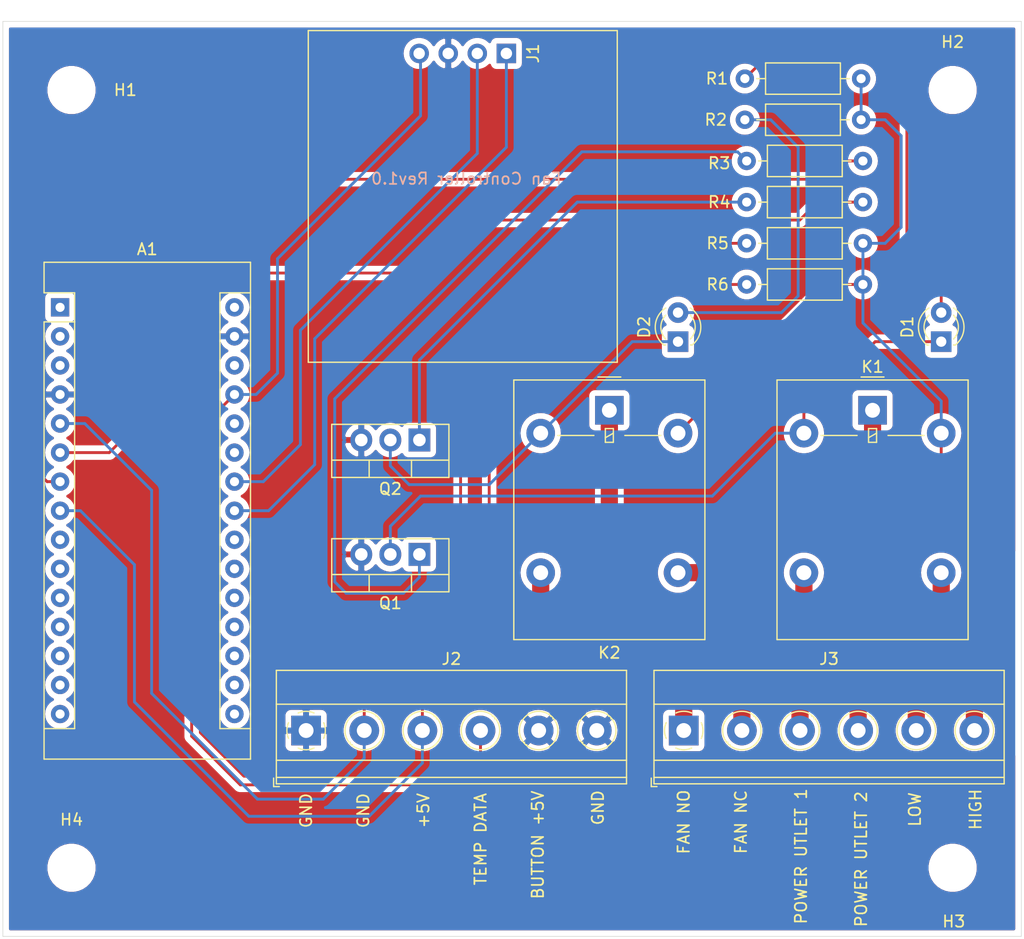
<source format=kicad_pcb>
(kicad_pcb (version 20171130) (host pcbnew 5.1.4)
  (title_block (title Fancontroller) (date 2019-05-25) (rev 1.0))
  (layers (0 F.Cu signal) (31 B.Cu signal) (34 B.Paste user) (35 F.Paste user) (36 B.SilkS user) (37 F.SilkS user) (38 B.Mask user) (39 F.Mask user) (44 Edge.Cuts user))
  (net 0 "")
  (net 1 "Net-(A1-Pad1)")
  (net 2 "Net-(A1-Pad17)")
  (net 3 "Net-(A1-Pad2)")
  (net 4 "Net-(A1-Pad18)")
  (net 5 "Net-(A1-Pad3)")
  (net 6 "Net-(A1-Pad19)")
  (net 7 GND)
  (net 8 "Net-(A1-Pad20)")
  (net 9 button_data)
  (net 10 "Net-(A1-Pad21)")
  (net 11 "Net-(A1-Pad22)")
  (net 12 SCA)
  (net 13 temp_data)
  (net 14 SCL)
  (net 15 "Net-(A1-Pad9)")
  (net 16 "Net-(A1-Pad25)")
  (net 17 "Net-(A1-Pad10)")
  (net 18 "Net-(A1-Pad26)")
  (net 19 "Net-(A1-Pad11)")
  (net 20 +5V)
  (net 21 "Net-(A1-Pad12)")
  (net 22 "Net-(A1-Pad28)")
  (net 23 "Net-(A1-Pad13)")
  (net 24 "Net-(A1-Pad14)")
  (net 25 "Net-(A1-Pad30)")
  (net 26 "Net-(A1-Pad15)")
  (net 27 "Net-(A1-Pad16)")
  (net 28 "Net-(D1-Pad2)")
  (net 29 "Net-(D2-Pad2)")
  (net 30 NC2)
  (net 31 NO2)
  (net 32 COM2)
  (net 33 COM1)
  (net 34 NC1)
  (net 35 NO1)
  (net 36 REL_1)
  (net 37 REL_2)
  (net 38 "Net-(D1-Pad1)")
  (net 39 "Net-(D2-Pad1)")
  (net 40 "Net-(Q1-Pad1)")
  (net 41 "Net-(Q2-Pad1)")
  (module Relay_THT:Relay_SPDT_Omron-G5LE-1 (layer F.Cu) (at 143 97)
    (fp_text reference K2 (at 0 21.2) (layer F.SilkS))
    (fp_text value SANYOU_SRD_Form_C)
    (fp_line (start 8.35 20.05) (end 8.35 -2.65) (layer F.SilkS) (width 0.12))
    (fp_line (start 8.35 -2.65) (end -8.35 -2.65) (layer F.SilkS) (width 0.12))
    (fp_line (start -8.35 -2.65) (end -8.35 20.05) (layer F.SilkS) (width 0.12))
    (fp_line (start -8.35 20.05) (end 8.35 20.05) (layer F.SilkS) (width 0.12))
    (fp_line (start -0.35 2.4) (end 0.35 2) (layer F.SilkS) (width 0.12))
    (fp_line (start 0.35 2.8) (end 0.35 1.6) (layer F.SilkS) (width 0.12))
    (fp_line (start 0.35 1.6) (end -0.35 1.6) (layer F.SilkS) (width 0.12))
    (fp_line (start -0.35 1.6) (end -0.35 2.8) (layer F.SilkS) (width 0.12))
    (fp_line (start -0.35 2.8) (end 0.35 2.8) (layer F.SilkS) (width 0.12))
    (fp_line (start -1 -2.91) (end 1 -2.91) (layer F.SilkS) (width 0.12))
    (fp_line (start -4.5 2.2) (end -1.35 2.2) (layer F.SilkS) (width 0.12))
    (fp_line (start 1.35 2.2) (end 4.5 2.2) (layer F.SilkS) (width 0.12))
    (pad 1 thru_hole rect (at 0 0) (size 2.5 2.5) (drill 1.3) (layers *.Cu *.Mask) (net 33 COM1))
    (pad 2 thru_hole oval (at -6 2) (size 2.5 2.5) (drill 1.3) (layers *.Cu *.Mask) (net 39 "Net-(D2-Pad1)"))
    (pad 3 thru_hole oval (at -6 14.2) (size 2.5 2.5) (drill 1.3) (layers *.Cu *.Mask) (net 34 NC1))
    (pad 4 thru_hole oval (at 6 14.2) (size 2.5 2.5) (drill 1.3) (layers *.Cu *.Mask) (net 35 NO1))
    (pad 5 thru_hole oval (at 6 2) (size 2.5 2.5) (drill 1.3) (layers *.Cu *.Mask) (net 20 +5V))
  )
  (module TerminalBlock_Phoenix:TerminalBlock_Phoenix_MKDS-1,5-6-5.08_1x06_P5.08mm_Horizontal (layer F.Cu) (at 149.5 125)
    (fp_text reference J3 (at 12.7 -6.26) (layer F.SilkS))
    (fp_text value Screw_Terminal_01x06)
    (fp_arc (start 0 0) (end 0 1.68) (angle -24) (layer F.SilkS) (width 0.12))
    (fp_arc (start 0 0) (end 1.535 0.684) (angle -48) (layer F.SilkS) (width 0.12))
    (fp_arc (start 0 0) (end 0.684 -1.535) (angle -48) (layer F.SilkS) (width 0.12))
    (fp_arc (start 0 0) (end -1.535 -0.684) (angle -48) (layer F.SilkS) (width 0.12))
    (fp_arc (start 0 0) (end -0.684 1.535) (angle -25) (layer F.SilkS) (width 0.12))
    (fp_circle (center 5.08 0) (end 6.76 0) (layer F.SilkS) (width 0.12))
    (fp_circle (center 10.16 0) (end 11.84 0) (layer F.SilkS) (width 0.12))
    (fp_circle (center 15.24 0) (end 16.92 0) (layer F.SilkS) (width 0.12))
    (fp_circle (center 20.32 0) (end 22 0) (layer F.SilkS) (width 0.12))
    (fp_circle (center 25.4 0) (end 27.08 0) (layer F.SilkS) (width 0.12))
    (fp_line (start -2.6 4.1) (end 28 4.1) (layer F.SilkS) (width 0.12))
    (fp_line (start -2.6 2.6) (end 28 2.6) (layer F.SilkS) (width 0.12))
    (fp_line (start -2.6 -2.301) (end 28 -2.301) (layer F.SilkS) (width 0.12))
    (fp_line (start -2.6 -5.261) (end 28 -5.261) (layer F.SilkS) (width 0.12))
    (fp_line (start -2.6 4.66) (end 28 4.66) (layer F.SilkS) (width 0.12))
    (fp_line (start -2.6 -5.261) (end -2.6 4.66) (layer F.SilkS) (width 0.12))
    (fp_line (start 28 -5.261) (end 28 4.66) (layer F.SilkS) (width 0.12))
    (fp_line (start 6.355 -1.069) (end 6.308 -1.023) (layer F.SilkS) (width 0.12))
    (fp_line (start 4.046 1.239) (end 4.011 1.274) (layer F.SilkS) (width 0.12))
    (fp_line (start 6.15 -1.275) (end 6.115 -1.239) (layer F.SilkS) (width 0.12))
    (fp_line (start 3.853 1.023) (end 3.806 1.069) (layer F.SilkS) (width 0.12))
    (fp_line (start 11.435 -1.069) (end 11.388 -1.023) (layer F.SilkS) (width 0.12))
    (fp_line (start 9.126 1.239) (end 9.091 1.274) (layer F.SilkS) (width 0.12))
    (fp_line (start 11.23 -1.275) (end 11.195 -1.239) (layer F.SilkS) (width 0.12))
    (fp_line (start 8.933 1.023) (end 8.886 1.069) (layer F.SilkS) (width 0.12))
    (fp_line (start 16.515 -1.069) (end 16.468 -1.023) (layer F.SilkS) (width 0.12))
    (fp_line (start 14.206 1.239) (end 14.171 1.274) (layer F.SilkS) (width 0.12))
    (fp_line (start 16.31 -1.275) (end 16.275 -1.239) (layer F.SilkS) (width 0.12))
    (fp_line (start 14.013 1.023) (end 13.966 1.069) (layer F.SilkS) (width 0.12))
    (fp_line (start 21.595 -1.069) (end 21.548 -1.023) (layer F.SilkS) (width 0.12))
    (fp_line (start 19.286 1.239) (end 19.251 1.274) (layer F.SilkS) (width 0.12))
    (fp_line (start 21.39 -1.275) (end 21.355 -1.239) (layer F.SilkS) (width 0.12))
    (fp_line (start 19.093 1.023) (end 19.046 1.069) (layer F.SilkS) (width 0.12))
    (fp_line (start 26.675 -1.069) (end 26.628 -1.023) (layer F.SilkS) (width 0.12))
    (fp_line (start 24.366 1.239) (end 24.331 1.274) (layer F.SilkS) (width 0.12))
    (fp_line (start 26.47 -1.275) (end 26.435 -1.239) (layer F.SilkS) (width 0.12))
    (fp_line (start 24.173 1.023) (end 24.126 1.069) (layer F.SilkS) (width 0.12))
    (fp_line (start -2.84 4.16) (end -2.84 4.9) (layer F.SilkS) (width 0.12))
    (fp_line (start -2.84 4.9) (end -2.34 4.9) (layer F.SilkS) (width 0.12))
    (pad 1 thru_hole rect (at 0 0) (size 2.6 2.6) (drill 1.3) (layers *.Cu *.Mask) (net 34 NC1))
    (pad 2 thru_hole circle (at 5.08 0) (size 2.6 2.6) (drill 1.3) (layers *.Cu *.Mask) (net 33 COM1))
    (pad 3 thru_hole circle (at 10.16 0) (size 2.6 2.6) (drill 1.3) (layers *.Cu *.Mask) (net 35 NO1))
    (pad 4 thru_hole circle (at 15.24 0) (size 2.6 2.6) (drill 1.3) (layers *.Cu *.Mask) (net 30 NC2))
    (pad 5 thru_hole circle (at 20.32 0) (size 2.6 2.6) (drill 1.3) (layers *.Cu *.Mask) (net 32 COM2))
    (pad 6 thru_hole circle (at 25.4 0) (size 2.6 2.6) (drill 1.3) (layers *.Cu *.Mask) (net 31 NO2))
  )
  (module Module:Arduino_Nano (layer F.Cu) (at 95 88)
    (fp_text reference A1 (at 7.62 -5.08) (layer F.SilkS))
    (fp_text value Arduino_Nano_v2.x)
    (fp_line (start 1.27 1.27) (end 1.27 -1.27) (layer F.SilkS) (width 0.12))
    (fp_line (start 1.27 -1.27) (end -1.4 -1.27) (layer F.SilkS) (width 0.12))
    (fp_line (start -1.4 1.27) (end -1.4 39.5) (layer F.SilkS) (width 0.12))
    (fp_line (start -1.4 -3.94) (end -1.4 -1.27) (layer F.SilkS) (width 0.12))
    (fp_line (start 13.97 -1.27) (end 16.64 -1.27) (layer F.SilkS) (width 0.12))
    (fp_line (start 13.97 -1.27) (end 13.97 36.83) (layer F.SilkS) (width 0.12))
    (fp_line (start 13.97 36.83) (end 16.64 36.83) (layer F.SilkS) (width 0.12))
    (fp_line (start 1.27 1.27) (end -1.4 1.27) (layer F.SilkS) (width 0.12))
    (fp_line (start 1.27 1.27) (end 1.27 36.83) (layer F.SilkS) (width 0.12))
    (fp_line (start 1.27 36.83) (end -1.4 36.83) (layer F.SilkS) (width 0.12))
    (fp_line (start -1.4 39.5) (end 16.64 39.5) (layer F.SilkS) (width 0.12))
    (fp_line (start 16.64 39.5) (end 16.64 -3.94) (layer F.SilkS) (width 0.12))
    (fp_line (start 16.64 -3.94) (end -1.4 -3.94) (layer F.SilkS) (width 0.12))
    (pad 1 thru_hole rect (at 0 0) (size 1.6 1.6) (drill 0.8) (layers *.Cu *.Mask) (net 1 "Net-(A1-Pad1)"))
    (pad 17 thru_hole oval (at 15.24 33.02) (size 1.6 1.6) (drill 0.8) (layers *.Cu *.Mask) (net 2 "Net-(A1-Pad17)"))
    (pad 2 thru_hole oval (at 0 2.54) (size 1.6 1.6) (drill 0.8) (layers *.Cu *.Mask) (net 3 "Net-(A1-Pad2)"))
    (pad 18 thru_hole oval (at 15.24 30.48) (size 1.6 1.6) (drill 0.8) (layers *.Cu *.Mask) (net 4 "Net-(A1-Pad18)"))
    (pad 3 thru_hole oval (at 0 5.08) (size 1.6 1.6) (drill 0.8) (layers *.Cu *.Mask) (net 5 "Net-(A1-Pad3)"))
    (pad 19 thru_hole oval (at 15.24 27.94) (size 1.6 1.6) (drill 0.8) (layers *.Cu *.Mask) (net 6 "Net-(A1-Pad19)"))
    (pad 4 thru_hole oval (at 0 7.62) (size 1.6 1.6) (drill 0.8) (layers *.Cu *.Mask) (net 7 GND))
    (pad 20 thru_hole oval (at 15.24 25.4) (size 1.6 1.6) (drill 0.8) (layers *.Cu *.Mask) (net 8 "Net-(A1-Pad20)"))
    (pad 5 thru_hole oval (at 0 10.16) (size 1.6 1.6) (drill 0.8) (layers *.Cu *.Mask) (net 9 button_data))
    (pad 21 thru_hole oval (at 15.24 22.86) (size 1.6 1.6) (drill 0.8) (layers *.Cu *.Mask) (net 10 "Net-(A1-Pad21)"))
    (pad 6 thru_hole oval (at 0 12.7) (size 1.6 1.6) (drill 0.8) (layers *.Cu *.Mask) (net 36 REL_1))
    (pad 22 thru_hole oval (at 15.24 20.32) (size 1.6 1.6) (drill 0.8) (layers *.Cu *.Mask) (net 11 "Net-(A1-Pad22)"))
    (pad 7 thru_hole oval (at 0 15.24) (size 1.6 1.6) (drill 0.8) (layers *.Cu *.Mask) (net 37 REL_2))
    (pad 23 thru_hole oval (at 15.24 17.78) (size 1.6 1.6) (drill 0.8) (layers *.Cu *.Mask) (net 12 SCA))
    (pad 8 thru_hole oval (at 0 17.78) (size 1.6 1.6) (drill 0.8) (layers *.Cu *.Mask) (net 13 temp_data))
    (pad 24 thru_hole oval (at 15.24 15.24) (size 1.6 1.6) (drill 0.8) (layers *.Cu *.Mask) (net 14 SCL))
    (pad 9 thru_hole oval (at 0 20.32) (size 1.6 1.6) (drill 0.8) (layers *.Cu *.Mask) (net 15 "Net-(A1-Pad9)"))
    (pad 25 thru_hole oval (at 15.24 12.7) (size 1.6 1.6) (drill 0.8) (layers *.Cu *.Mask) (net 16 "Net-(A1-Pad25)"))
    (pad 10 thru_hole oval (at 0 22.86) (size 1.6 1.6) (drill 0.8) (layers *.Cu *.Mask) (net 17 "Net-(A1-Pad10)"))
    (pad 26 thru_hole oval (at 15.24 10.16) (size 1.6 1.6) (drill 0.8) (layers *.Cu *.Mask) (net 18 "Net-(A1-Pad26)"))
    (pad 11 thru_hole oval (at 0 25.4) (size 1.6 1.6) (drill 0.8) (layers *.Cu *.Mask) (net 19 "Net-(A1-Pad11)"))
    (pad 27 thru_hole oval (at 15.24 7.62) (size 1.6 1.6) (drill 0.8) (layers *.Cu *.Mask) (net 20 +5V))
    (pad 12 thru_hole oval (at 0 27.94) (size 1.6 1.6) (drill 0.8) (layers *.Cu *.Mask) (net 21 "Net-(A1-Pad12)"))
    (pad 28 thru_hole oval (at 15.24 5.08) (size 1.6 1.6) (drill 0.8) (layers *.Cu *.Mask) (net 22 "Net-(A1-Pad28)"))
    (pad 13 thru_hole oval (at 0 30.48) (size 1.6 1.6) (drill 0.8) (layers *.Cu *.Mask) (net 23 "Net-(A1-Pad13)"))
    (pad 29 thru_hole oval (at 15.24 2.54) (size 1.6 1.6) (drill 0.8) (layers *.Cu *.Mask) (net 7 GND))
    (pad 14 thru_hole oval (at 0 33.02) (size 1.6 1.6) (drill 0.8) (layers *.Cu *.Mask) (net 24 "Net-(A1-Pad14)"))
    (pad 30 thru_hole oval (at 15.24 0) (size 1.6 1.6) (drill 0.8) (layers *.Cu *.Mask) (net 25 "Net-(A1-Pad30)"))
    (pad 15 thru_hole oval (at 0 35.56) (size 1.6 1.6) (drill 0.8) (layers *.Cu *.Mask) (net 26 "Net-(A1-Pad15)"))
    (pad 16 thru_hole oval (at 15.24 35.56) (size 1.6 1.6) (drill 0.8) (layers *.Cu *.Mask) (net 27 "Net-(A1-Pad16)"))
  )
  (module LED_THT:LED_D3.0mm (layer F.Cu) (at 149 91 90)
    (fp_text reference D2 (at 1.27 -2.96 90) (layer F.SilkS))
    (fp_text value LED)
    (fp_arc (start 1.27 0) (end -0.29 -1.235516) (angle 108.8) (layer F.SilkS) (width 0.12))
    (fp_arc (start 1.27 0) (end -0.29 1.235516) (angle -108.8) (layer F.SilkS) (width 0.12))
    (fp_arc (start 1.27 0) (end 0.229039 -1.08) (angle 87.9) (layer F.SilkS) (width 0.12))
    (fp_arc (start 1.27 0) (end 0.229039 1.08) (angle -87.9) (layer F.SilkS) (width 0.12))
    (fp_line (start -0.29 -1.236) (end -0.29 -1.08) (layer F.SilkS) (width 0.12))
    (fp_line (start -0.29 1.08) (end -0.29 1.236) (layer F.SilkS) (width 0.12))
    (pad 1 thru_hole rect (at 0 0 90) (size 1.8 1.8) (drill 0.9) (layers *.Cu *.Mask) (net 39 "Net-(D2-Pad1)"))
    (pad 2 thru_hole circle (at 2.54 0 90) (size 1.8 1.8) (drill 0.9) (layers *.Cu *.Mask) (net 29 "Net-(D2-Pad2)"))
  )
  (module MountingHole:MountingHole_3.2mm_M3 (layer F.Cu) (at 96 69)
    (fp_text reference H1 (at 4.7 0) (layer F.SilkS))
    (fp_text value MountingHole)
    (pad 1 np_thru_hole circle (at 0 0) (size 3.2 3.2) (drill 3.2) (layers *.Cu *.Mask))
  )
  (module MountingHole:MountingHole_3.2mm_M3 (layer F.Cu) (at 173 69)
    (fp_text reference H2 (at 0 -4.2) (layer F.SilkS))
    (fp_text value MountingHole)
    (pad 1 np_thru_hole circle (at 0 0) (size 3.2 3.2) (drill 3.2) (layers *.Cu *.Mask))
  )
  (module MountingHole:MountingHole_3.2mm_M3 (layer F.Cu) (at 173 137)
    (fp_text reference H3 (at 0.1 4.7) (layer F.SilkS))
    (fp_text value MountingHole)
    (pad 1 np_thru_hole circle (at 0 0) (size 3.2 3.2) (drill 3.2) (layers *.Cu *.Mask))
  )
  (module MountingHole:MountingHole_3.2mm_M3 (layer F.Cu) (at 96 137)
    (fp_text reference H4 (at 0 -4.2) (layer F.SilkS))
    (fp_text value MountingHole)
    (pad 1 np_thru_hole circle (at 0 0) (size 3.2 3.2) (drill 3.2) (layers *.Cu *.Mask))
  )
  (module TerminalBlock_Phoenix:TerminalBlock_Phoenix_MKDS-1,5-6-5.08_1x06_P5.08mm_Horizontal (layer F.Cu) (at 116.5 125)
    (fp_text reference J2 (at 12.7 -6.26) (layer F.SilkS))
    (fp_text value Screw_Terminal_01x06)
    (fp_line (start -2.84 4.9) (end -2.34 4.9) (layer F.SilkS) (width 0.12))
    (fp_line (start -2.84 4.16) (end -2.84 4.9) (layer F.SilkS) (width 0.12))
    (fp_line (start 24.173 1.023) (end 24.126 1.069) (layer F.SilkS) (width 0.12))
    (fp_line (start 26.47 -1.275) (end 26.435 -1.239) (layer F.SilkS) (width 0.12))
    (fp_line (start 24.366 1.239) (end 24.331 1.274) (layer F.SilkS) (width 0.12))
    (fp_line (start 26.675 -1.069) (end 26.628 -1.023) (layer F.SilkS) (width 0.12))
    (fp_line (start 19.093 1.023) (end 19.046 1.069) (layer F.SilkS) (width 0.12))
    (fp_line (start 21.39 -1.275) (end 21.355 -1.239) (layer F.SilkS) (width 0.12))
    (fp_line (start 19.286 1.239) (end 19.251 1.274) (layer F.SilkS) (width 0.12))
    (fp_line (start 21.595 -1.069) (end 21.548 -1.023) (layer F.SilkS) (width 0.12))
    (fp_line (start 14.013 1.023) (end 13.966 1.069) (layer F.SilkS) (width 0.12))
    (fp_line (start 16.31 -1.275) (end 16.275 -1.239) (layer F.SilkS) (width 0.12))
    (fp_line (start 14.206 1.239) (end 14.171 1.274) (layer F.SilkS) (width 0.12))
    (fp_line (start 16.515 -1.069) (end 16.468 -1.023) (layer F.SilkS) (width 0.12))
    (fp_line (start 8.933 1.023) (end 8.886 1.069) (layer F.SilkS) (width 0.12))
    (fp_line (start 11.23 -1.275) (end 11.195 -1.239) (layer F.SilkS) (width 0.12))
    (fp_line (start 9.126 1.239) (end 9.091 1.274) (layer F.SilkS) (width 0.12))
    (fp_line (start 11.435 -1.069) (end 11.388 -1.023) (layer F.SilkS) (width 0.12))
    (fp_line (start 3.853 1.023) (end 3.806 1.069) (layer F.SilkS) (width 0.12))
    (fp_line (start 6.15 -1.275) (end 6.115 -1.239) (layer F.SilkS) (width 0.12))
    (fp_line (start 4.046 1.239) (end 4.011 1.274) (layer F.SilkS) (width 0.12))
    (fp_line (start 6.355 -1.069) (end 6.308 -1.023) (layer F.SilkS) (width 0.12))
    (fp_line (start 28 -5.261) (end 28 4.66) (layer F.SilkS) (width 0.12))
    (fp_line (start -2.6 -5.261) (end -2.6 4.66) (layer F.SilkS) (width 0.12))
    (fp_line (start -2.6 4.66) (end 28 4.66) (layer F.SilkS) (width 0.12))
    (fp_line (start -2.6 -5.261) (end 28 -5.261) (layer F.SilkS) (width 0.12))
    (fp_line (start -2.6 -2.301) (end 28 -2.301) (layer F.SilkS) (width 0.12))
    (fp_line (start -2.6 2.6) (end 28 2.6) (layer F.SilkS) (width 0.12))
    (fp_line (start -2.6 4.1) (end 28 4.1) (layer F.SilkS) (width 0.12))
    (fp_circle (center 25.4 0) (end 27.08 0) (layer F.SilkS) (width 0.12))
    (fp_circle (center 20.32 0) (end 22 0) (layer F.SilkS) (width 0.12))
    (fp_circle (center 15.24 0) (end 16.92 0) (layer F.SilkS) (width 0.12))
    (fp_circle (center 10.16 0) (end 11.84 0) (layer F.SilkS) (width 0.12))
    (fp_circle (center 5.08 0) (end 6.76 0) (layer F.SilkS) (width 0.12))
    (fp_arc (start 0 0) (end -0.684 1.535) (angle -25) (layer F.SilkS) (width 0.12))
    (fp_arc (start 0 0) (end -1.535 -0.684) (angle -48) (layer F.SilkS) (width 0.12))
    (fp_arc (start 0 0) (end 0.684 -1.535) (angle -48) (layer F.SilkS) (width 0.12))
    (fp_arc (start 0 0) (end 1.535 0.684) (angle -48) (layer F.SilkS) (width 0.12))
    (fp_arc (start 0 0) (end 0 1.68) (angle -24) (layer F.SilkS) (width 0.12))
    (pad 6 thru_hole circle (at 25.4 0) (size 2.6 2.6) (drill 1.3) (layers *.Cu *.Mask) (net 7 GND))
    (pad 5 thru_hole circle (at 20.32 0) (size 2.6 2.6) (drill 1.3) (layers *.Cu *.Mask) (net 7 GND))
    (pad 4 thru_hole circle (at 15.24 0) (size 2.6 2.6) (drill 1.3) (layers *.Cu *.Mask) (net 20 +5V))
    (pad 3 thru_hole circle (at 10.16 0) (size 2.6 2.6) (drill 1.3) (layers *.Cu *.Mask) (net 13 temp_data))
    (pad 2 thru_hole circle (at 5.08 0) (size 2.6 2.6) (drill 1.3) (layers *.Cu *.Mask) (net 9 button_data))
    (pad 1 thru_hole rect (at 0 0) (size 2.6 2.6) (drill 1.3) (layers *.Cu *.Mask) (net 7 GND))
  )
  (module Resistor_THT:R_Axial_DIN0207_L6.3mm_D2.5mm_P10.16mm_Horizontal (layer F.Cu) (at 155 86)
    (fp_text reference R6 (at -2.54 0) (layer F.SilkS))
    (fp_text value R)
    (fp_line (start 9.12 0) (end 8.35 0) (layer F.SilkS) (width 0.12))
    (fp_line (start 1.04 0) (end 1.81 0) (layer F.SilkS) (width 0.12))
    (fp_line (start 8.35 -1.37) (end 1.81 -1.37) (layer F.SilkS) (width 0.12))
    (fp_line (start 8.35 1.37) (end 8.35 -1.37) (layer F.SilkS) (width 0.12))
    (fp_line (start 1.81 1.37) (end 8.35 1.37) (layer F.SilkS) (width 0.12))
    (fp_line (start 1.81 -1.37) (end 1.81 1.37) (layer F.SilkS) (width 0.12))
    (pad 2 thru_hole oval (at 10.16 0) (size 1.6 1.6) (drill 0.8) (layers *.Cu *.Mask) (net 20 +5V))
    (pad 1 thru_hole circle (at 0 0) (size 1.6 1.6) (drill 0.8) (layers *.Cu *.Mask) (net 13 temp_data))
  )
  (module Resistor_THT:R_Axial_DIN0207_L6.3mm_D2.5mm_P10.16mm_Horizontal (layer F.Cu) (at 155 82.4)
    (fp_text reference R5 (at -2.54 0) (layer F.SilkS))
    (fp_text value R)
    (fp_line (start 1.81 -1.37) (end 1.81 1.37) (layer F.SilkS) (width 0.12))
    (fp_line (start 1.81 1.37) (end 8.35 1.37) (layer F.SilkS) (width 0.12))
    (fp_line (start 8.35 1.37) (end 8.35 -1.37) (layer F.SilkS) (width 0.12))
    (fp_line (start 8.35 -1.37) (end 1.81 -1.37) (layer F.SilkS) (width 0.12))
    (fp_line (start 1.04 0) (end 1.81 0) (layer F.SilkS) (width 0.12))
    (fp_line (start 9.12 0) (end 8.35 0) (layer F.SilkS) (width 0.12))
    (pad 1 thru_hole circle (at 0 0) (size 1.6 1.6) (drill 0.8) (layers *.Cu *.Mask) (net 9 button_data))
    (pad 2 thru_hole oval (at 10.16 0) (size 1.6 1.6) (drill 0.8) (layers *.Cu *.Mask) (net 20 +5V))
  )
  (module Resistor_THT:R_Axial_DIN0207_L6.3mm_D2.5mm_P10.16mm_Horizontal (layer F.Cu) (at 165 71.6 180)
    (fp_text reference R2 (at 12.7 0) (layer F.SilkS))
    (fp_text value R)
    (fp_line (start 1.81 -1.37) (end 1.81 1.37) (layer F.SilkS) (width 0.12))
    (fp_line (start 1.81 1.37) (end 8.35 1.37) (layer F.SilkS) (width 0.12))
    (fp_line (start 8.35 1.37) (end 8.35 -1.37) (layer F.SilkS) (width 0.12))
    (fp_line (start 8.35 -1.37) (end 1.81 -1.37) (layer F.SilkS) (width 0.12))
    (fp_line (start 1.04 0) (end 1.81 0) (layer F.SilkS) (width 0.12))
    (fp_line (start 9.12 0) (end 8.35 0) (layer F.SilkS) (width 0.12))
    (pad 1 thru_hole circle (at 0 0 180) (size 1.6 1.6) (drill 0.8) (layers *.Cu *.Mask) (net 20 +5V))
    (pad 2 thru_hole oval (at 10.16 0 180) (size 1.6 1.6) (drill 0.8) (layers *.Cu *.Mask) (net 29 "Net-(D2-Pad2)"))
  )
  (module anton-kicad-created-footprints:PinHeader_1x04_P2.54mm_Vertical (layer F.Cu) (at 134 65.8 270)
    (fp_text reference J1 (at 0 -2.33 90) (layer F.SilkS))
    (fp_text value Conn_01x04)
    (fp_line (start -2 -9.69) (end -2 17.31) (layer F.SilkS) (width 0.12))
    (fp_line (start -2 -9.69) (end 27 -9.69) (layer F.SilkS) (width 0.12))
    (fp_line (start 27 -9.69) (end 27 17.31) (layer F.SilkS) (width 0.12))
    (fp_line (start 27 17.31) (end -2 17.31) (layer F.SilkS) (width 0.12))
    (pad 1 thru_hole rect (at 0 0 270) (size 1.7 1.7) (drill 1) (layers *.Cu *.Mask) (net 12 SCA))
    (pad 2 thru_hole oval (at 0 2.54 270) (size 1.7 1.7) (drill 1) (layers *.Cu *.Mask) (net 14 SCL))
    (pad 3 thru_hole oval (at 0 5.08 270) (size 1.7 1.7) (drill 1) (layers *.Cu *.Mask) (net 7 GND))
    (pad 4 thru_hole oval (at 0 7.62 270) (size 1.7 1.7) (drill 1) (layers *.Cu *.Mask) (net 20 +5V))
  )
  (module LED_THT:LED_D3.0mm (layer F.Cu) (at 172 91 90)
    (fp_text reference D1 (at 1.27 -2.96 90) (layer F.SilkS))
    (fp_text value LED)
    (fp_arc (start 1.27 0) (end -0.29 -1.235516) (angle 108.8) (layer F.SilkS) (width 0.12))
    (fp_arc (start 1.27 0) (end -0.29 1.235516) (angle -108.8) (layer F.SilkS) (width 0.12))
    (fp_arc (start 1.27 0) (end 0.229039 -1.08) (angle 87.9) (layer F.SilkS) (width 0.12))
    (fp_arc (start 1.27 0) (end 0.229039 1.08) (angle -87.9) (layer F.SilkS) (width 0.12))
    (fp_line (start -0.29 -1.236) (end -0.29 -1.08) (layer F.SilkS) (width 0.12))
    (fp_line (start -0.29 1.08) (end -0.29 1.236) (layer F.SilkS) (width 0.12))
    (pad 1 thru_hole rect (at 0 0 90) (size 1.8 1.8) (drill 0.9) (layers *.Cu *.Mask) (net 38 "Net-(D1-Pad1)"))
    (pad 2 thru_hole circle (at 2.54 0 90) (size 1.8 1.8) (drill 0.9) (layers *.Cu *.Mask) (net 28 "Net-(D1-Pad2)"))
  )
  (module Relay_THT:Relay_SPDT_Omron-G5LE-1 (layer F.Cu) (at 166 97)
    (fp_text reference K1 (at 0 -3.8) (layer F.SilkS))
    (fp_text value SANYOU_SRD_Form_C)
    (fp_line (start 8.35 20.05) (end 8.35 -2.65) (layer F.SilkS) (width 0.12))
    (fp_line (start 8.35 -2.65) (end -8.35 -2.65) (layer F.SilkS) (width 0.12))
    (fp_line (start -8.35 -2.65) (end -8.35 20.05) (layer F.SilkS) (width 0.12))
    (fp_line (start -8.35 20.05) (end 8.35 20.05) (layer F.SilkS) (width 0.12))
    (fp_line (start -0.35 2.4) (end 0.35 2) (layer F.SilkS) (width 0.12))
    (fp_line (start 0.35 2.8) (end 0.35 1.6) (layer F.SilkS) (width 0.12))
    (fp_line (start 0.35 1.6) (end -0.35 1.6) (layer F.SilkS) (width 0.12))
    (fp_line (start -0.35 1.6) (end -0.35 2.8) (layer F.SilkS) (width 0.12))
    (fp_line (start -0.35 2.8) (end 0.35 2.8) (layer F.SilkS) (width 0.12))
    (fp_line (start -1 -2.91) (end 1 -2.91) (layer F.SilkS) (width 0.12))
    (fp_line (start -4.5 2.2) (end -1.35 2.2) (layer F.SilkS) (width 0.12))
    (fp_line (start 1.35 2.2) (end 4.5 2.2) (layer F.SilkS) (width 0.12))
    (pad 1 thru_hole rect (at 0 0) (size 2.5 2.5) (drill 1.3) (layers *.Cu *.Mask) (net 32 COM2))
    (pad 2 thru_hole oval (at -6 2) (size 2.5 2.5) (drill 1.3) (layers *.Cu *.Mask) (net 38 "Net-(D1-Pad1)"))
    (pad 3 thru_hole oval (at -6 14.2) (size 2.5 2.5) (drill 1.3) (layers *.Cu *.Mask) (net 30 NC2))
    (pad 4 thru_hole oval (at 6 14.2) (size 2.5 2.5) (drill 1.3) (layers *.Cu *.Mask) (net 31 NO2))
    (pad 5 thru_hole oval (at 6 2) (size 2.5 2.5) (drill 1.3) (layers *.Cu *.Mask) (net 20 +5V))
  )
  (module Package_TO_SOT_THT:TO-220-3_Vertical (layer F.Cu) (at 126.4 109.6 180)
    (fp_text reference Q1 (at 2.54 -4.27) (layer F.SilkS))
    (fp_text value IRLZ34N)
    (fp_line (start 4.391 -3.27) (end 4.391 -1.76) (layer F.SilkS) (width 0.12))
    (fp_line (start 0.69 -3.27) (end 0.69 -1.76) (layer F.SilkS) (width 0.12))
    (fp_line (start -2.58 -1.76) (end 7.66 -1.76) (layer F.SilkS) (width 0.12))
    (fp_line (start 7.66 -3.27) (end 7.66 1.371) (layer F.SilkS) (width 0.12))
    (fp_line (start -2.58 -3.27) (end -2.58 1.371) (layer F.SilkS) (width 0.12))
    (fp_line (start -2.58 1.371) (end 7.66 1.371) (layer F.SilkS) (width 0.12))
    (fp_line (start -2.58 -3.27) (end 7.66 -3.27) (layer F.SilkS) (width 0.12))
    (pad 3 thru_hole oval (at 5.08 0 180) (size 1.905 2) (drill 1.1) (layers *.Cu *.Mask) (net 7 GND))
    (pad 2 thru_hole oval (at 2.54 0 180) (size 1.905 2) (drill 1.1) (layers *.Cu *.Mask) (net 38 "Net-(D1-Pad1)"))
    (pad 1 thru_hole rect (at 0 0 180) (size 1.905 2) (drill 1.1) (layers *.Cu *.Mask) (net 40 "Net-(Q1-Pad1)"))
  )
  (module Package_TO_SOT_THT:TO-220-3_Vertical (layer F.Cu) (at 126.4 99.6 180)
    (fp_text reference Q2 (at 2.54 -4.27) (layer F.SilkS))
    (fp_text value IRLZ34N)
    (fp_line (start -2.58 -3.27) (end 7.66 -3.27) (layer F.SilkS) (width 0.12))
    (fp_line (start -2.58 1.371) (end 7.66 1.371) (layer F.SilkS) (width 0.12))
    (fp_line (start -2.58 -3.27) (end -2.58 1.371) (layer F.SilkS) (width 0.12))
    (fp_line (start 7.66 -3.27) (end 7.66 1.371) (layer F.SilkS) (width 0.12))
    (fp_line (start -2.58 -1.76) (end 7.66 -1.76) (layer F.SilkS) (width 0.12))
    (fp_line (start 0.69 -3.27) (end 0.69 -1.76) (layer F.SilkS) (width 0.12))
    (fp_line (start 4.391 -3.27) (end 4.391 -1.76) (layer F.SilkS) (width 0.12))
    (pad 1 thru_hole rect (at 0 0 180) (size 1.905 2) (drill 1.1) (layers *.Cu *.Mask) (net 41 "Net-(Q2-Pad1)"))
    (pad 2 thru_hole oval (at 2.54 0 180) (size 1.905 2) (drill 1.1) (layers *.Cu *.Mask) (net 39 "Net-(D2-Pad1)"))
    (pad 3 thru_hole oval (at 5.08 0 180) (size 1.905 2) (drill 1.1) (layers *.Cu *.Mask) (net 7 GND))
  )
  (module Resistor_THT:R_Axial_DIN0207_L6.3mm_D2.5mm_P10.16mm_Horizontal (layer F.Cu) (at 165 68 180)
    (fp_text reference R1 (at 12.6 0) (layer F.SilkS))
    (fp_text value R)
    (fp_line (start 9.12 0) (end 8.35 0) (layer F.SilkS) (width 0.12))
    (fp_line (start 1.04 0) (end 1.81 0) (layer F.SilkS) (width 0.12))
    (fp_line (start 8.35 -1.37) (end 1.81 -1.37) (layer F.SilkS) (width 0.12))
    (fp_line (start 8.35 1.37) (end 8.35 -1.37) (layer F.SilkS) (width 0.12))
    (fp_line (start 1.81 1.37) (end 8.35 1.37) (layer F.SilkS) (width 0.12))
    (fp_line (start 1.81 -1.37) (end 1.81 1.37) (layer F.SilkS) (width 0.12))
    (pad 2 thru_hole oval (at 10.16 0 180) (size 1.6 1.6) (drill 0.8) (layers *.Cu *.Mask) (net 28 "Net-(D1-Pad2)"))
    (pad 1 thru_hole circle (at 0 0 180) (size 1.6 1.6) (drill 0.8) (layers *.Cu *.Mask) (net 20 +5V))
  )
  (module Resistor_THT:R_Axial_DIN0207_L6.3mm_D2.5mm_P10.16mm_Horizontal (layer F.Cu) (at 155 75.2)
    (fp_text reference R3 (at -2.4 0.2) (layer F.SilkS))
    (fp_text value R)
    (fp_line (start 1.81 -1.37) (end 1.81 1.37) (layer F.SilkS) (width 0.12))
    (fp_line (start 1.81 1.37) (end 8.35 1.37) (layer F.SilkS) (width 0.12))
    (fp_line (start 8.35 1.37) (end 8.35 -1.37) (layer F.SilkS) (width 0.12))
    (fp_line (start 8.35 -1.37) (end 1.81 -1.37) (layer F.SilkS) (width 0.12))
    (fp_line (start 1.04 0) (end 1.81 0) (layer F.SilkS) (width 0.12))
    (fp_line (start 9.12 0) (end 8.35 0) (layer F.SilkS) (width 0.12))
    (pad 1 thru_hole circle (at 0 0) (size 1.6 1.6) (drill 0.8) (layers *.Cu *.Mask) (net 40 "Net-(Q1-Pad1)"))
    (pad 2 thru_hole oval (at 10.16 0) (size 1.6 1.6) (drill 0.8) (layers *.Cu *.Mask) (net 37 REL_2))
  )
  (module Resistor_THT:R_Axial_DIN0207_L6.3mm_D2.5mm_P10.16mm_Horizontal (layer F.Cu) (at 155 78.8)
    (fp_text reference R4 (at -2.4 0) (layer F.SilkS))
    (fp_text value R)
    (fp_line (start 1.81 -1.37) (end 1.81 1.37) (layer F.SilkS) (width 0.12))
    (fp_line (start 1.81 1.37) (end 8.35 1.37) (layer F.SilkS) (width 0.12))
    (fp_line (start 8.35 1.37) (end 8.35 -1.37) (layer F.SilkS) (width 0.12))
    (fp_line (start 8.35 -1.37) (end 1.81 -1.37) (layer F.SilkS) (width 0.12))
    (fp_line (start 1.04 0) (end 1.81 0) (layer F.SilkS) (width 0.12))
    (fp_line (start 9.12 0) (end 8.35 0) (layer F.SilkS) (width 0.12))
    (pad 1 thru_hole circle (at 0 0) (size 1.6 1.6) (drill 0.8) (layers *.Cu *.Mask) (net 41 "Net-(Q2-Pad1)"))
    (pad 2 thru_hole oval (at 10.16 0) (size 1.6 1.6) (drill 0.8) (layers *.Cu *.Mask) (net 36 REL_1))
  )
  (gr_text "Fan Controller Rev1.0" (at 130.5 76.75) (layer B.SilkS) (effects (font (size 1 1)) (justify mirror)))
  (gr_text HIGH (at 175 131.9 90) (layer F.SilkS) (effects (font (size 1 1))))
  (gr_text LOW (at 169.7 131.9 90) (layer F.SilkS) (effects (font (size 1 1))))
  (gr_text "POWER UTLET 2" (at 165 136.25 90) (layer F.SilkS) (effects (font (size 1 1))))
  (gr_text "FAN NO" (at 149.5 133 90) (layer F.SilkS) (effects (font (size 1 1))))
  (gr_text "FAN NC" (at 154.5 133 90) (layer F.SilkS) (effects (font (size 1 1))))
  (gr_text "POWER UTLET 1" (at 159.75 136 90) (layer F.SilkS) (effects (font (size 1 1))))
  (gr_text GND (at 142 131.75 90) (layer F.SilkS) (effects (font (size 1 1))))
  (gr_text "BUTTON +5V" (at 136.75 135 90) (layer F.SilkS) (effects (font (size 1 1))))
  (gr_line (start 90 63) (end 90 143) (layer Edge.Cuts) (width 0.05))
  (gr_line (start 90 143) (end 179 143) (layer Edge.Cuts) (width 0.05))
  (gr_line (start 179 63) (end 179 143) (layer Edge.Cuts) (width 0.05))
  (gr_line (start 90 63) (end 179 63) (layer Edge.Cuts) (width 0.05))
  (gr_text "TEMP DATA" (at 131.75 134.5 90) (layer F.SilkS) (effects (font (size 1 1))))
  (gr_text GND (at 116.5 132 90) (layer F.SilkS) (effects (font (size 1 1))))
  (gr_text GND (at 121.5 132 90) (layer F.SilkS) (effects (font (size 1 1))))
  (gr_text +5V (at 126.75 132 90) (layer F.SilkS) (effects (font (size 1 1))))
  (segment (start 155.65 82.4) (end 155.6 82.4) (width 0.25) (layer F.Cu) (net 9))
  (segment (start 143.1 82.4) (end 155 82.4) (width 0.25) (layer F.Cu) (net 9))
  (segment (start 130 95.5) (end 143.1 82.4) (width 0.25) (layer F.Cu) (net 9))
  (segment (start 130 113) (end 130 95.5) (width 0.25) (layer F.Cu) (net 9))
  (segment (start 121.58 125) (end 121.58 121.42) (width 0.25) (layer F.Cu) (net 9))
  (segment (start 121.58 121.42) (end 130 113) (width 0.25) (layer F.Cu) (net 9))
  (segment (start 97.16 98.16) (end 95 98.16) (width 0.25) (layer B.Cu) (net 9))
  (segment (start 118 131) (end 112.25 131) (width 0.25) (layer B.Cu) (net 9))
  (segment (start 112.25 131) (end 103 121.75) (width 0.25) (layer B.Cu) (net 9))
  (segment (start 121.58 127.42) (end 118 131) (width 0.25) (layer B.Cu) (net 9))
  (segment (start 103 121.75) (end 103 104) (width 0.25) (layer B.Cu) (net 9))
  (segment (start 121.58 125) (end 121.58 127.42) (width 0.25) (layer B.Cu) (net 9))
  (segment (start 103 104) (end 97.16 98.16) (width 0.25) (layer B.Cu) (net 9))
  (segment (start 134 74) (end 134 65.8) (width 0.25) (layer B.Cu) (net 12))
  (segment (start 117.25 90.75) (end 134 74) (width 0.25) (layer B.Cu) (net 12))
  (segment (start 117.25 101.75) (end 117.25 90.75) (width 0.25) (layer B.Cu) (net 12))
  (segment (start 110.24 105.78) (end 113.22 105.78) (width 0.25) (layer B.Cu) (net 12))
  (segment (start 113.22 105.78) (end 117.25 101.75) (width 0.25) (layer B.Cu) (net 12))
  (segment (start 155.6 85.9) (end 155.45 85.75) (width 0.25) (layer F.Cu) (net 13))
  (segment (start 126.66 121.84) (end 126.66 125) (width 0.25) (layer F.Cu) (net 13))
  (segment (start 132.5 116) (end 126.66 121.84) (width 0.25) (layer F.Cu) (net 13))
  (segment (start 132.5 96.5) (end 132.5 116) (width 0.25) (layer F.Cu) (net 13))
  (segment (start 155 86) (end 143 86) (width 0.25) (layer F.Cu) (net 13))
  (segment (start 143 86) (end 132.5 96.5) (width 0.25) (layer F.Cu) (net 13))
  (segment (start 126.66 127.84) (end 126.66 125) (width 0.25) (layer B.Cu) (net 13))
  (segment (start 96.78 105.78) (end 101.5 110.5) (width 0.25) (layer B.Cu) (net 13))
  (segment (start 95 105.78) (end 96.78 105.78) (width 0.25) (layer B.Cu) (net 13))
  (segment (start 101.5 110.5) (end 101.5 122.5) (width 0.25) (layer B.Cu) (net 13))
  (segment (start 101.5 122.5) (end 111.5 132.5) (width 0.25) (layer B.Cu) (net 13))
  (segment (start 111.5 132.5) (end 122 132.5) (width 0.25) (layer B.Cu) (net 13))
  (segment (start 122 132.5) (end 126.66 127.84) (width 0.25) (layer B.Cu) (net 13))
  (segment (start 131.46 74.54) (end 131.46 65.8) (width 0.25) (layer B.Cu) (net 14))
  (segment (start 116 90) (end 131.46 74.54) (width 0.25) (layer B.Cu) (net 14))
  (segment (start 116 100) (end 116 90) (width 0.25) (layer B.Cu) (net 14))
  (segment (start 110.24 103.24) (end 112.76 103.24) (width 0.25) (layer B.Cu) (net 14))
  (segment (start 112.76 103.24) (end 116 100) (width 0.25) (layer B.Cu) (net 14))
  (segment (start 110.75 129.75) (end 106.5 125.5) (width 0.25) (layer F.Cu) (net 20))
  (segment (start 106.5 99.36) (end 110.24 95.62) (width 0.25) (layer F.Cu) (net 20))
  (segment (start 106.5 125.5) (end 106.5 99.36) (width 0.25) (layer F.Cu) (net 20))
  (segment (start 165.16 87.13137) (end 165.16 86) (width 0.25) (layer B.Cu) (net 20))
  (segment (start 165.16 89.36) (end 165.16 87.13137) (width 0.25) (layer B.Cu) (net 20))
  (segment (start 172 99) (end 172 96.2) (width 0.25) (layer B.Cu) (net 20))
  (segment (start 172 96.2) (end 165.16 89.36) (width 0.25) (layer B.Cu) (net 20))
  (segment (start 162 86) (end 165.16 86) (width 0.25) (layer F.Cu) (net 20))
  (segment (start 149 99) (end 162 86) (width 0.25) (layer F.Cu) (net 20))
  (segment (start 128.828477 129.75) (end 128.75 129.75) (width 0.25) (layer F.Cu) (net 20))
  (segment (start 128.75 129.75) (end 110.75 129.75) (width 0.25) (layer F.Cu) (net 20))
  (segment (start 131.74 129.74) (end 131.75 129.75) (width 0.25) (layer F.Cu) (net 20))
  (segment (start 131.74 125) (end 131.74 129.74) (width 0.25) (layer F.Cu) (net 20))
  (segment (start 131.75 129.75) (end 128.75 129.75) (width 0.25) (layer F.Cu) (net 20))
  (segment (start 174.75 129.75) (end 131.75 129.75) (width 0.25) (layer F.Cu) (net 20))
  (segment (start 178 126.5) (end 174.75 129.75) (width 0.25) (layer F.Cu) (net 20))
  (segment (start 178 110) (end 178 126.5) (width 0.25) (layer F.Cu) (net 20))
  (segment (start 172 99) (end 172 104) (width 0.25) (layer F.Cu) (net 20))
  (segment (start 172 104) (end 178 110) (width 0.25) (layer F.Cu) (net 20))
  (segment (start 165 68) (end 165 71.6) (width 0.25) (layer B.Cu) (net 20))
  (segment (start 165.16 82.4) (end 165.16 86) (width 0.25) (layer B.Cu) (net 20))
  (segment (start 167.1 82.4) (end 165.16 82.4) (width 0.25) (layer B.Cu) (net 20))
  (segment (start 168.5 81) (end 167.1 82.4) (width 0.25) (layer B.Cu) (net 20))
  (segment (start 168.5 73) (end 168.5 81) (width 0.25) (layer B.Cu) (net 20))
  (segment (start 165 71.6) (end 167.1 71.6) (width 0.25) (layer B.Cu) (net 20))
  (segment (start 167.1 71.6) (end 168.5 73) (width 0.25) (layer B.Cu) (net 20))
  (segment (start 126.5 65.92) (end 126.38 65.8) (width 0.25) (layer B.Cu) (net 20))
  (segment (start 126.5 71.25) (end 126.5 65.92) (width 0.25) (layer B.Cu) (net 20))
  (segment (start 114 83.75) (end 126.5 71.25) (width 0.25) (layer B.Cu) (net 20))
  (segment (start 114 93.75) (end 114 83.75) (width 0.25) (layer B.Cu) (net 20))
  (segment (start 110.24 95.62) (end 112.13 95.62) (width 0.25) (layer B.Cu) (net 20))
  (segment (start 112.13 95.62) (end 114 93.75) (width 0.25) (layer B.Cu) (net 20))
  (segment (start 158.34 64.5) (end 154.84 68) (width 0.25) (layer F.Cu) (net 28))
  (segment (start 166.5 64.5) (end 158.34 64.5) (width 0.25) (layer F.Cu) (net 28))
  (segment (start 169 67) (end 166.5 64.5) (width 0.25) (layer F.Cu) (net 28))
  (segment (start 169 83.5) (end 169 67) (width 0.25) (layer F.Cu) (net 28))
  (segment (start 172 88.46) (end 172 86.5) (width 0.25) (layer F.Cu) (net 28))
  (segment (start 172 86.5) (end 169 83.5) (width 0.25) (layer F.Cu) (net 28))
  (segment (start 154.84 71.6) (end 157.1 71.6) (width 0.25) (layer B.Cu) (net 29))
  (segment (start 157.1 71.6) (end 159.5 74) (width 0.25) (layer B.Cu) (net 29))
  (segment (start 159.5 74) (end 159.5 87) (width 0.25) (layer B.Cu) (net 29))
  (segment (start 158.04 88.46) (end 149 88.46) (width 0.25) (layer B.Cu) (net 29))
  (segment (start 159.5 87) (end 158.04 88.46) (width 0.25) (layer B.Cu) (net 29))
  (segment (start 160 116.5) (end 160 111.2) (width 1.5) (layer F.Cu) (net 30))
  (segment (start 164.74 125) (end 164.74 121.24) (width 1.5) (layer F.Cu) (net 30))
  (segment (start 164.74 121.24) (end 160 116.5) (width 1.5) (layer F.Cu) (net 30))
  (segment (start 174.9 125) (end 174.9 119.9) (width 1.5) (layer F.Cu) (net 31))
  (segment (start 174.9 119.9) (end 172 117) (width 1.5) (layer F.Cu) (net 31))
  (segment (start 172 117) (end 172 111.2) (width 1.5) (layer F.Cu) (net 31))
  (segment (start 166 117) (end 166 97) (width 1.5) (layer F.Cu) (net 32))
  (segment (start 169.82 125) (end 169.82 120.82) (width 1.5) (layer F.Cu) (net 32))
  (segment (start 169.82 120.82) (end 166 117) (width 1.5) (layer F.Cu) (net 32))
  (segment (start 143 98.5) (end 143 97) (width 1.5) (layer F.Cu) (net 33))
  (segment (start 143 110.75) (end 143 98.5) (width 1.5) (layer F.Cu) (net 33))
  (segment (start 154.58 125) (end 154.58 122.33) (width 1.5) (layer F.Cu) (net 33))
  (segment (start 154.58 122.33) (end 143 110.75) (width 1.5) (layer F.Cu) (net 33))
  (segment (start 137 114.75) (end 137 111.2) (width 1.5) (layer F.Cu) (net 34))
  (segment (start 141.25 119) (end 137 114.75) (width 1.5) (layer F.Cu) (net 34))
  (segment (start 145.75 119) (end 141.25 119) (width 1.5) (layer F.Cu) (net 34))
  (segment (start 149.5 125) (end 149.5 122.75) (width 1.5) (layer F.Cu) (net 34))
  (segment (start 149.5 122.75) (end 145.75 119) (width 1.5) (layer F.Cu) (net 34))
  (segment (start 152.95 111.2) (end 149 111.2) (width 1.5) (layer F.Cu) (net 35))
  (segment (start 155.8 114.05) (end 152.95 111.2) (width 1.5) (layer F.Cu) (net 35))
  (segment (start 155.8 118) (end 155.8 114.05) (width 1.5) (layer F.Cu) (net 35))
  (segment (start 159.66 125) (end 159.66 121.86) (width 1.5) (layer F.Cu) (net 35))
  (segment (start 159.66 121.86) (end 155.8 118) (width 1.5) (layer F.Cu) (net 35))
  (segment (start 104.25 95.75) (end 99.3 100.7) (width 0.25) (layer F.Cu) (net 36))
  (segment (start 161.2 78.8) (end 159.632501 80.367499) (width 0.25) (layer F.Cu) (net 36))
  (segment (start 99.3 100.7) (end 95 100.7) (width 0.25) (layer F.Cu) (net 36))
  (segment (start 104.25 88.5) (end 104.25 95.75) (width 0.25) (layer F.Cu) (net 36))
  (segment (start 165.16 78.8) (end 161.2 78.8) (width 0.25) (layer F.Cu) (net 36))
  (segment (start 159.632501 80.367499) (end 132.632501 80.367499) (width 0.25) (layer F.Cu) (net 36))
  (segment (start 128 85) (end 107.75 85) (width 0.25) (layer F.Cu) (net 36))
  (segment (start 132.632501 80.367499) (end 128 85) (width 0.25) (layer F.Cu) (net 36))
  (segment (start 107.75 85) (end 104.25 88.5) (width 0.25) (layer F.Cu) (net 36))
  (segment (start 162.3 75.2) (end 165.16 75.2) (width 0.25) (layer F.Cu) (net 37))
  (segment (start 93.86863 103.24) (end 91.6 100.97137) (width 0.25) (layer F.Cu) (net 37))
  (segment (start 95 103.24) (end 93.86863 103.24) (width 0.25) (layer F.Cu) (net 37))
  (segment (start 91.6 100.97137) (end 91.6 84) (width 0.25) (layer F.Cu) (net 37))
  (segment (start 91.6 84) (end 98.8 76.8) (width 0.25) (layer F.Cu) (net 37))
  (segment (start 98.8 76.8) (end 160.7 76.8) (width 0.25) (layer F.Cu) (net 37))
  (segment (start 160.7 76.8) (end 162.3 75.2) (width 0.25) (layer F.Cu) (net 37))
  (segment (start 170.85 91) (end 172 91) (width 0.25) (layer F.Cu) (net 38))
  (segment (start 166.232234 91) (end 170.85 91) (width 0.25) (layer F.Cu) (net 38))
  (segment (start 160 97.232234) (end 166.232234 91) (width 0.25) (layer F.Cu) (net 38))
  (segment (start 160 99) (end 160 97.232234) (width 0.25) (layer F.Cu) (net 38))
  (segment (start 157.5 99) (end 160 99) (width 0.25) (layer B.Cu) (net 38))
  (segment (start 152 104.5) (end 157.5 99) (width 0.25) (layer B.Cu) (net 38))
  (segment (start 126.5 104.5) (end 152 104.5) (width 0.25) (layer B.Cu) (net 38))
  (segment (start 123.86 109.6) (end 123.86 107.14) (width 0.25) (layer B.Cu) (net 38))
  (segment (start 123.86 107.14) (end 126.5 104.5) (width 0.25) (layer B.Cu) (net 38))
  (segment (start 123.86 99.6) (end 123.86 101.86) (width 0.25) (layer B.Cu) (net 39))
  (segment (start 123.86 101.86) (end 125.5 103.5) (width 0.25) (layer B.Cu) (net 39))
  (segment (start 125.5 103.5) (end 132.5 103.5) (width 0.25) (layer B.Cu) (net 39))
  (segment (start 132.5 103.5) (end 137 99) (width 0.25) (layer B.Cu) (net 39))
  (segment (start 145 91) (end 149 91) (width 0.25) (layer B.Cu) (net 39))
  (segment (start 137 99) (end 145 91) (width 0.25) (layer B.Cu) (net 39))
  (segment (start 126.4 111.6) (end 126.4 109.6) (width 0.25) (layer B.Cu) (net 40))
  (segment (start 154.200001 74.400001) (end 140.599999 74.400001) (width 0.25) (layer B.Cu) (net 40))
  (segment (start 155 75.2) (end 154.200001 74.400001) (width 0.25) (layer B.Cu) (net 40))
  (segment (start 140.599999 74.400001) (end 119 96) (width 0.25) (layer B.Cu) (net 40))
  (segment (start 119 96) (end 119 112) (width 0.25) (layer B.Cu) (net 40))
  (segment (start 119 112) (end 120 113) (width 0.25) (layer B.Cu) (net 40))
  (segment (start 125 113) (end 126.4 111.6) (width 0.25) (layer B.Cu) (net 40))
  (segment (start 120 113) (end 125 113) (width 0.25) (layer B.Cu) (net 40))
  (segment (start 155 78.8) (end 140.2 78.8) (width 0.25) (layer B.Cu) (net 41))
  (segment (start 126.4 92.6) (end 126.4 99.6) (width 0.25) (layer B.Cu) (net 41))
  (segment (start 140.2 78.8) (end 126.4 92.6) (width 0.25) (layer B.Cu) (net 41))
  (zone (net 7) (net_name GND) (layer F.Cu) (connect_pads (clearance 0.508)) (min_thickness 0.254) (fill yes (arc_segments 32) (thermal_gap 0.508) (thermal_bridge_width 0.508))
    (polygon (pts (xy 179.25 62.75) (xy 179.25 143.25) (xy 89.75 143.25) (xy 89.75 62.75)))
  )
  (zone (net 7) (net_name GND) (layer B.Cu) (connect_pads (clearance 0.508)) (min_thickness 0.254) (fill yes (arc_segments 32) (thermal_gap 0.508) (thermal_bridge_width 0.508))
    (polygon (pts (xy 89.75 62.75) (xy 179.25 62.75) (xy 179.25 143.25) (xy 89.75 143.25)))
  )
)
</source>
